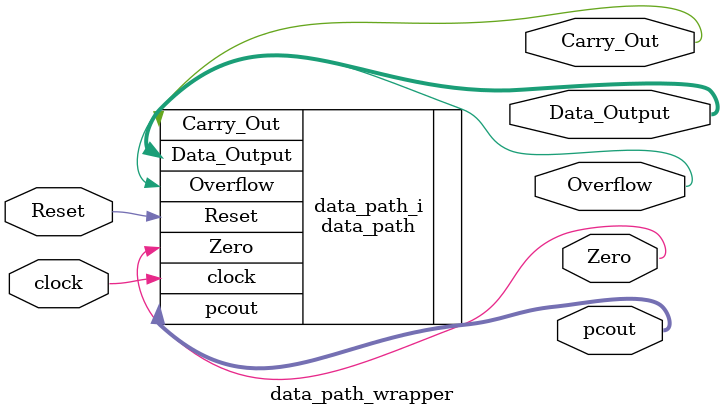
<source format=v>
`timescale 1 ps / 1 ps

module data_path_wrapper
   (Carry_Out,
    Data_Output,
    Overflow,
    Reset,
    Zero,
    clock,
    pcout);
  output Carry_Out;
  output [31:0]Data_Output;
  output Overflow;
  input Reset;
  output Zero;
  input clock;
  output [4:0]pcout;

  wire Carry_Out;
  wire [31:0]Data_Output;
  wire Overflow;
  wire Reset;
  wire Zero;
  wire clock;
  wire [4:0]pcout;

  data_path data_path_i
       (.Carry_Out(Carry_Out),
        .Data_Output(Data_Output),
        .Overflow(Overflow),
        .Reset(Reset),
        .Zero(Zero),
        .clock(clock),
        .pcout(pcout));
endmodule

</source>
